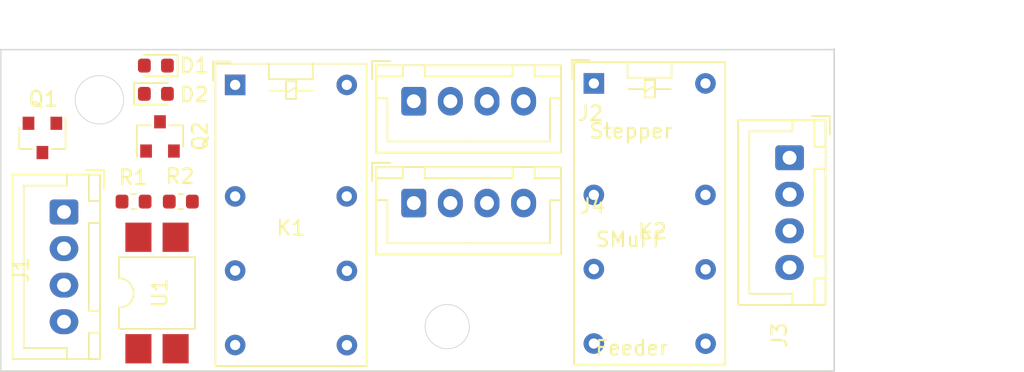
<source format=kicad_pcb>
(kicad_pcb (version 20171130) (host pcbnew "(5.1.2)-2")

  (general
    (thickness 1.6)
    (drawings 10)
    (tracks 0)
    (zones 0)
    (modules 13)
    (nets 22)
  )

  (page A4)
  (layers
    (0 F.Cu signal)
    (31 B.Cu signal)
    (32 B.Adhes user)
    (33 F.Adhes user)
    (34 B.Paste user)
    (35 F.Paste user)
    (36 B.SilkS user)
    (37 F.SilkS user)
    (38 B.Mask user)
    (39 F.Mask user)
    (40 Dwgs.User user)
    (41 Cmts.User user)
    (42 Eco1.User user)
    (43 Eco2.User user)
    (44 Edge.Cuts user)
    (45 Margin user)
    (46 B.CrtYd user)
    (47 F.CrtYd user)
    (48 B.Fab user)
    (49 F.Fab user hide)
  )

  (setup
    (last_trace_width 0.25)
    (trace_clearance 0.2)
    (zone_clearance 0.508)
    (zone_45_only no)
    (trace_min 0.2)
    (via_size 0.8)
    (via_drill 0.4)
    (via_min_size 0.4)
    (via_min_drill 0.3)
    (uvia_size 0.3)
    (uvia_drill 0.1)
    (uvias_allowed no)
    (uvia_min_size 0.2)
    (uvia_min_drill 0.1)
    (edge_width 0.05)
    (segment_width 0.2)
    (pcb_text_width 0.3)
    (pcb_text_size 1.5 1.5)
    (mod_edge_width 0.12)
    (mod_text_size 1 1)
    (mod_text_width 0.15)
    (pad_size 1.524 1.524)
    (pad_drill 0.762)
    (pad_to_mask_clearance 0.051)
    (solder_mask_min_width 0.25)
    (aux_axis_origin 88.9 69.85)
    (grid_origin 88.9 69.85)
    (visible_elements 7FFFF7FF)
    (pcbplotparams
      (layerselection 0x010fc_ffffffff)
      (usegerberextensions false)
      (usegerberattributes false)
      (usegerberadvancedattributes false)
      (creategerberjobfile false)
      (excludeedgelayer true)
      (linewidth 0.100000)
      (plotframeref false)
      (viasonmask false)
      (mode 1)
      (useauxorigin false)
      (hpglpennumber 1)
      (hpglpenspeed 20)
      (hpglpendiameter 15.000000)
      (psnegative false)
      (psa4output false)
      (plotreference true)
      (plotvalue true)
      (plotinvisibletext false)
      (padsonsilk false)
      (subtractmaskfromsilk false)
      (outputformat 1)
      (mirror false)
      (drillshape 1)
      (scaleselection 1)
      (outputdirectory ""))
  )

  (net 0 "")
  (net 1 "Net-(D1-Pad2)")
  (net 2 "Net-(D2-Pad2)")
  (net 3 "Net-(J1-Pad3)")
  (net 4 "Net-(J1-Pad2)")
  (net 5 "Net-(J2-Pad4)")
  (net 6 "Net-(J2-Pad3)")
  (net 7 "Net-(J2-Pad2)")
  (net 8 "Net-(J2-Pad1)")
  (net 9 "Net-(J3-Pad4)")
  (net 10 "Net-(J3-Pad3)")
  (net 11 "Net-(J3-Pad2)")
  (net 12 "Net-(J3-Pad1)")
  (net 13 "Net-(J4-Pad4)")
  (net 14 "Net-(J4-Pad3)")
  (net 15 "Net-(J4-Pad2)")
  (net 16 "Net-(J4-Pad1)")
  (net 17 "Net-(Q1-Pad2)")
  (net 18 "Net-(R1-Pad2)")
  (net 19 "Net-(R2-Pad2)")
  (net 20 "Net-(D1-Pad1)")
  (net 21 "Net-(J1-Pad4)")

  (net_class Default "Dies ist die voreingestellte Netzklasse."
    (clearance 0.2)
    (trace_width 0.25)
    (via_dia 0.8)
    (via_drill 0.4)
    (uvia_dia 0.3)
    (uvia_drill 0.1)
    (add_net "Net-(D1-Pad1)")
    (add_net "Net-(D1-Pad2)")
    (add_net "Net-(D2-Pad2)")
    (add_net "Net-(J1-Pad2)")
    (add_net "Net-(J1-Pad3)")
    (add_net "Net-(J1-Pad4)")
    (add_net "Net-(J2-Pad1)")
    (add_net "Net-(J2-Pad2)")
    (add_net "Net-(J2-Pad3)")
    (add_net "Net-(J2-Pad4)")
    (add_net "Net-(J3-Pad1)")
    (add_net "Net-(J3-Pad2)")
    (add_net "Net-(J3-Pad3)")
    (add_net "Net-(J3-Pad4)")
    (add_net "Net-(J4-Pad1)")
    (add_net "Net-(J4-Pad2)")
    (add_net "Net-(J4-Pad3)")
    (add_net "Net-(J4-Pad4)")
    (add_net "Net-(Q1-Pad2)")
    (add_net "Net-(R1-Pad2)")
    (add_net "Net-(R2-Pad2)")
  )

  (module Package_DIP:SMDIP-4_W7.62mm (layer F.Cu) (tedit 5A02E8C5) (tstamp 5FCCDBD7)
    (at 99.568 64.516 90)
    (descr "4-lead surface-mounted (SMD) DIP package, row spacing 7.62 mm (300 mils)")
    (tags "SMD DIP DIL PDIP SMDIP 2.54mm 7.62mm 300mil")
    (path /5FCC8653)
    (attr smd)
    (fp_text reference U1 (at 0 0.1905 90) (layer F.SilkS)
      (effects (font (size 1 1) (thickness 0.15)))
    )
    (fp_text value TLP521 (at 0 3.6 90) (layer F.Fab)
      (effects (font (size 1 1) (thickness 0.15)))
    )
    (fp_text user %R (at 0 0 90) (layer F.Fab)
      (effects (font (size 1 1) (thickness 0.15)))
    )
    (fp_line (start 5.1 -2.8) (end -5.1 -2.8) (layer F.CrtYd) (width 0.05))
    (fp_line (start 5.1 2.8) (end 5.1 -2.8) (layer F.CrtYd) (width 0.05))
    (fp_line (start -5.1 2.8) (end 5.1 2.8) (layer F.CrtYd) (width 0.05))
    (fp_line (start -5.1 -2.8) (end -5.1 2.8) (layer F.CrtYd) (width 0.05))
    (fp_line (start 2.45 -2.6) (end 1 -2.6) (layer F.SilkS) (width 0.12))
    (fp_line (start 2.45 2.6) (end 2.45 -2.6) (layer F.SilkS) (width 0.12))
    (fp_line (start -2.45 2.6) (end 2.45 2.6) (layer F.SilkS) (width 0.12))
    (fp_line (start -2.45 -2.6) (end -2.45 2.6) (layer F.SilkS) (width 0.12))
    (fp_line (start -1 -2.6) (end -2.45 -2.6) (layer F.SilkS) (width 0.12))
    (fp_line (start -3.175 -1.54) (end -2.175 -2.54) (layer F.Fab) (width 0.1))
    (fp_line (start -3.175 2.54) (end -3.175 -1.54) (layer F.Fab) (width 0.1))
    (fp_line (start 3.175 2.54) (end -3.175 2.54) (layer F.Fab) (width 0.1))
    (fp_line (start 3.175 -2.54) (end 3.175 2.54) (layer F.Fab) (width 0.1))
    (fp_line (start -2.175 -2.54) (end 3.175 -2.54) (layer F.Fab) (width 0.1))
    (fp_arc (start 0 -2.6) (end -1 -2.6) (angle -180) (layer F.SilkS) (width 0.12))
    (pad 4 smd rect (at 3.81 -1.27 90) (size 2 1.78) (layers F.Cu F.Paste F.Mask)
      (net 20 "Net-(D1-Pad1)"))
    (pad 2 smd rect (at -3.81 1.27 90) (size 2 1.78) (layers F.Cu F.Paste F.Mask)
      (net 3 "Net-(J1-Pad3)"))
    (pad 3 smd rect (at 3.81 1.27 90) (size 2 1.78) (layers F.Cu F.Paste F.Mask)
      (net 19 "Net-(R2-Pad2)"))
    (pad 1 smd rect (at -3.81 -1.27 90) (size 2 1.78) (layers F.Cu F.Paste F.Mask)
      (net 18 "Net-(R1-Pad2)"))
    (model ${KISYS3DMOD}/Package_DIP.3dshapes/SMDIP-4_W7.62mm.wrl
      (at (xyz 0 0 0))
      (scale (xyz 1 1 1))
      (rotate (xyz 0 0 0))
    )
  )

  (module Package_TO_SOT_SMD:SOT-23 (layer F.Cu) (tedit 5A02FF57) (tstamp 5FCCDBA1)
    (at 99.7712 53.8132 90)
    (descr "SOT-23, Standard")
    (tags SOT-23)
    (path /5FCCADE4)
    (attr smd)
    (fp_text reference Q2 (at 0.016 2.728 270) (layer F.SilkS)
      (effects (font (size 1 1) (thickness 0.15)))
    )
    (fp_text value BC547 (at 0 2.5 90) (layer F.Fab)
      (effects (font (size 1 1) (thickness 0.15)))
    )
    (fp_line (start 0.76 1.58) (end -0.7 1.58) (layer F.SilkS) (width 0.12))
    (fp_line (start 0.76 -1.58) (end -1.4 -1.58) (layer F.SilkS) (width 0.12))
    (fp_line (start -1.7 1.75) (end -1.7 -1.75) (layer F.CrtYd) (width 0.05))
    (fp_line (start 1.7 1.75) (end -1.7 1.75) (layer F.CrtYd) (width 0.05))
    (fp_line (start 1.7 -1.75) (end 1.7 1.75) (layer F.CrtYd) (width 0.05))
    (fp_line (start -1.7 -1.75) (end 1.7 -1.75) (layer F.CrtYd) (width 0.05))
    (fp_line (start 0.76 -1.58) (end 0.76 -0.65) (layer F.SilkS) (width 0.12))
    (fp_line (start 0.76 1.58) (end 0.76 0.65) (layer F.SilkS) (width 0.12))
    (fp_line (start -0.7 1.52) (end 0.7 1.52) (layer F.Fab) (width 0.1))
    (fp_line (start 0.7 -1.52) (end 0.7 1.52) (layer F.Fab) (width 0.1))
    (fp_line (start -0.7 -0.95) (end -0.15 -1.52) (layer F.Fab) (width 0.1))
    (fp_line (start -0.15 -1.52) (end 0.7 -1.52) (layer F.Fab) (width 0.1))
    (fp_line (start -0.7 -0.95) (end -0.7 1.5) (layer F.Fab) (width 0.1))
    (fp_text user %R (at 0 0) (layer F.Fab)
      (effects (font (size 0.5 0.5) (thickness 0.075)))
    )
    (pad 3 smd rect (at 1 0 90) (size 0.9 0.8) (layers F.Cu F.Paste F.Mask)
      (net 21 "Net-(J1-Pad4)"))
    (pad 2 smd rect (at -1 0.95 90) (size 0.9 0.8) (layers F.Cu F.Paste F.Mask)
      (net 17 "Net-(Q1-Pad2)"))
    (pad 1 smd rect (at -1 -0.95 90) (size 0.9 0.8) (layers F.Cu F.Paste F.Mask)
      (net 2 "Net-(D2-Pad2)"))
    (model ${KISYS3DMOD}/Package_TO_SOT_SMD.3dshapes/SOT-23.wrl
      (at (xyz 0 0 0))
      (scale (xyz 1 1 1))
      (rotate (xyz 0 0 0))
    )
  )

  (module Package_TO_SOT_SMD:SOT-23 (layer F.Cu) (tedit 5A02FF57) (tstamp 5FCCDB8F)
    (at 91.7448 53.9148 270)
    (descr "SOT-23, Standard")
    (tags SOT-23)
    (path /5FCCA429)
    (attr smd)
    (fp_text reference Q1 (at -2.6576 -0.0508) (layer F.SilkS)
      (effects (font (size 1 1) (thickness 0.15)))
    )
    (fp_text value BC547 (at 0 2.5 90) (layer F.Fab)
      (effects (font (size 1 1) (thickness 0.15)))
    )
    (fp_line (start 0.76 1.58) (end -0.7 1.58) (layer F.SilkS) (width 0.12))
    (fp_line (start 0.76 -1.58) (end -1.4 -1.58) (layer F.SilkS) (width 0.12))
    (fp_line (start -1.7 1.75) (end -1.7 -1.75) (layer F.CrtYd) (width 0.05))
    (fp_line (start 1.7 1.75) (end -1.7 1.75) (layer F.CrtYd) (width 0.05))
    (fp_line (start 1.7 -1.75) (end 1.7 1.75) (layer F.CrtYd) (width 0.05))
    (fp_line (start -1.7 -1.75) (end 1.7 -1.75) (layer F.CrtYd) (width 0.05))
    (fp_line (start 0.76 -1.58) (end 0.76 -0.65) (layer F.SilkS) (width 0.12))
    (fp_line (start 0.76 1.58) (end 0.76 0.65) (layer F.SilkS) (width 0.12))
    (fp_line (start -0.7 1.52) (end 0.7 1.52) (layer F.Fab) (width 0.1))
    (fp_line (start 0.7 -1.52) (end 0.7 1.52) (layer F.Fab) (width 0.1))
    (fp_line (start -0.7 -0.95) (end -0.15 -1.52) (layer F.Fab) (width 0.1))
    (fp_line (start -0.15 -1.52) (end 0.7 -1.52) (layer F.Fab) (width 0.1))
    (fp_line (start -0.7 -0.95) (end -0.7 1.5) (layer F.Fab) (width 0.1))
    (fp_text user %R (at 0 0) (layer F.Fab)
      (effects (font (size 0.5 0.5) (thickness 0.075)))
    )
    (pad 3 smd rect (at 1 0 270) (size 0.9 0.8) (layers F.Cu F.Paste F.Mask)
      (net 21 "Net-(J1-Pad4)"))
    (pad 2 smd rect (at -1 0.95 270) (size 0.9 0.8) (layers F.Cu F.Paste F.Mask)
      (net 17 "Net-(Q1-Pad2)"))
    (pad 1 smd rect (at -1 -0.95 270) (size 0.9 0.8) (layers F.Cu F.Paste F.Mask)
      (net 1 "Net-(D1-Pad2)"))
    (model ${KISYS3DMOD}/Package_TO_SOT_SMD.3dshapes/SOT-23.wrl
      (at (xyz 0 0 0))
      (scale (xyz 1 1 1))
      (rotate (xyz 0 0 0))
    )
  )

  (module Resistor_SMD:R_0603_1608Metric (layer F.Cu) (tedit 5B301BBD) (tstamp 5FCCDBBF)
    (at 101.1936 58.2676 180)
    (descr "Resistor SMD 0603 (1608 Metric), square (rectangular) end terminal, IPC_7351 nominal, (Body size source: http://www.tortai-tech.com/upload/download/2011102023233369053.pdf), generated with kicad-footprint-generator")
    (tags resistor)
    (path /5FCC9B36)
    (attr smd)
    (fp_text reference R2 (at 0.0508 1.7272) (layer F.SilkS)
      (effects (font (size 1 1) (thickness 0.15)))
    )
    (fp_text value 1K (at 0 1.43) (layer F.Fab)
      (effects (font (size 1 1) (thickness 0.15)))
    )
    (fp_text user %R (at 0 0) (layer F.Fab)
      (effects (font (size 0.4 0.4) (thickness 0.06)))
    )
    (fp_line (start 1.48 0.73) (end -1.48 0.73) (layer F.CrtYd) (width 0.05))
    (fp_line (start 1.48 -0.73) (end 1.48 0.73) (layer F.CrtYd) (width 0.05))
    (fp_line (start -1.48 -0.73) (end 1.48 -0.73) (layer F.CrtYd) (width 0.05))
    (fp_line (start -1.48 0.73) (end -1.48 -0.73) (layer F.CrtYd) (width 0.05))
    (fp_line (start -0.162779 0.51) (end 0.162779 0.51) (layer F.SilkS) (width 0.12))
    (fp_line (start -0.162779 -0.51) (end 0.162779 -0.51) (layer F.SilkS) (width 0.12))
    (fp_line (start 0.8 0.4) (end -0.8 0.4) (layer F.Fab) (width 0.1))
    (fp_line (start 0.8 -0.4) (end 0.8 0.4) (layer F.Fab) (width 0.1))
    (fp_line (start -0.8 -0.4) (end 0.8 -0.4) (layer F.Fab) (width 0.1))
    (fp_line (start -0.8 0.4) (end -0.8 -0.4) (layer F.Fab) (width 0.1))
    (pad 2 smd roundrect (at 0.7875 0 180) (size 0.875 0.95) (layers F.Cu F.Paste F.Mask) (roundrect_rratio 0.25)
      (net 19 "Net-(R2-Pad2)"))
    (pad 1 smd roundrect (at -0.7875 0 180) (size 0.875 0.95) (layers F.Cu F.Paste F.Mask) (roundrect_rratio 0.25)
      (net 17 "Net-(Q1-Pad2)"))
    (model ${KISYS3DMOD}/Resistor_SMD.3dshapes/R_0603_1608Metric.wrl
      (at (xyz 0 0 0))
      (scale (xyz 1 1 1))
      (rotate (xyz 0 0 0))
    )
  )

  (module Resistor_SMD:R_0603_1608Metric (layer F.Cu) (tedit 5B301BBD) (tstamp 5FCCDBB0)
    (at 97.9679 58.2676)
    (descr "Resistor SMD 0603 (1608 Metric), square (rectangular) end terminal, IPC_7351 nominal, (Body size source: http://www.tortai-tech.com/upload/download/2011102023233369053.pdf), generated with kicad-footprint-generator")
    (tags resistor)
    (path /5FCC9115)
    (attr smd)
    (fp_text reference R1 (at -0.0255 -1.651) (layer F.SilkS)
      (effects (font (size 1 1) (thickness 0.15)))
    )
    (fp_text value 390R (at 0 1.43) (layer F.Fab)
      (effects (font (size 1 1) (thickness 0.15)))
    )
    (fp_text user %R (at 0.9905 0.0635) (layer F.Fab)
      (effects (font (size 0.4 0.4) (thickness 0.06)))
    )
    (fp_line (start 1.48 0.73) (end -1.48 0.73) (layer F.CrtYd) (width 0.05))
    (fp_line (start 1.48 -0.73) (end 1.48 0.73) (layer F.CrtYd) (width 0.05))
    (fp_line (start -1.48 -0.73) (end 1.48 -0.73) (layer F.CrtYd) (width 0.05))
    (fp_line (start -1.48 0.73) (end -1.48 -0.73) (layer F.CrtYd) (width 0.05))
    (fp_line (start -0.162779 0.51) (end 0.162779 0.51) (layer F.SilkS) (width 0.12))
    (fp_line (start -0.162779 -0.51) (end 0.162779 -0.51) (layer F.SilkS) (width 0.12))
    (fp_line (start 0.8 0.4) (end -0.8 0.4) (layer F.Fab) (width 0.1))
    (fp_line (start 0.8 -0.4) (end 0.8 0.4) (layer F.Fab) (width 0.1))
    (fp_line (start -0.8 -0.4) (end 0.8 -0.4) (layer F.Fab) (width 0.1))
    (fp_line (start -0.8 0.4) (end -0.8 -0.4) (layer F.Fab) (width 0.1))
    (pad 2 smd roundrect (at 0.7875 0) (size 0.875 0.95) (layers F.Cu F.Paste F.Mask) (roundrect_rratio 0.25)
      (net 18 "Net-(R1-Pad2)"))
    (pad 1 smd roundrect (at -0.7875 0) (size 0.875 0.95) (layers F.Cu F.Paste F.Mask) (roundrect_rratio 0.25)
      (net 4 "Net-(J1-Pad2)"))
    (model ${KISYS3DMOD}/Resistor_SMD.3dshapes/R_0603_1608Metric.wrl
      (at (xyz 0 0 0))
      (scale (xyz 1 1 1))
      (rotate (xyz 0 0 0))
    )
  )

  (module Diode_SMD:D_0603_1608Metric (layer F.Cu) (tedit 5B301BBE) (tstamp 5FCCDA89)
    (at 99.4919 50.9016)
    (descr "Diode SMD 0603 (1608 Metric), square (rectangular) end terminal, IPC_7351 nominal, (Body size source: http://www.tortai-tech.com/upload/download/2011102023233369053.pdf), generated with kicad-footprint-generator")
    (tags diode)
    (path /5FCCDE35)
    (attr smd)
    (fp_text reference D2 (at 2.6161 0.0508) (layer F.SilkS)
      (effects (font (size 1 1) (thickness 0.15)))
    )
    (fp_text value 1N4148 (at 6.731 -0.1905) (layer F.Fab)
      (effects (font (size 1 1) (thickness 0.15)))
    )
    (fp_text user %R (at 0 0) (layer F.Fab)
      (effects (font (size 0.4 0.4) (thickness 0.06)))
    )
    (fp_line (start 1.48 0.73) (end -1.48 0.73) (layer F.CrtYd) (width 0.05))
    (fp_line (start 1.48 -0.73) (end 1.48 0.73) (layer F.CrtYd) (width 0.05))
    (fp_line (start -1.48 -0.73) (end 1.48 -0.73) (layer F.CrtYd) (width 0.05))
    (fp_line (start -1.48 0.73) (end -1.48 -0.73) (layer F.CrtYd) (width 0.05))
    (fp_line (start -1.485 0.735) (end 0.8 0.735) (layer F.SilkS) (width 0.12))
    (fp_line (start -1.485 -0.735) (end -1.485 0.735) (layer F.SilkS) (width 0.12))
    (fp_line (start 0.8 -0.735) (end -1.485 -0.735) (layer F.SilkS) (width 0.12))
    (fp_line (start 0.8 0.4) (end 0.8 -0.4) (layer F.Fab) (width 0.1))
    (fp_line (start -0.8 0.4) (end 0.8 0.4) (layer F.Fab) (width 0.1))
    (fp_line (start -0.8 -0.1) (end -0.8 0.4) (layer F.Fab) (width 0.1))
    (fp_line (start -0.5 -0.4) (end -0.8 -0.1) (layer F.Fab) (width 0.1))
    (fp_line (start 0.8 -0.4) (end -0.5 -0.4) (layer F.Fab) (width 0.1))
    (pad 2 smd roundrect (at 0.7875 0) (size 0.875 0.95) (layers F.Cu F.Paste F.Mask) (roundrect_rratio 0.25)
      (net 2 "Net-(D2-Pad2)"))
    (pad 1 smd roundrect (at -0.7875 0) (size 0.875 0.95) (layers F.Cu F.Paste F.Mask) (roundrect_rratio 0.25)
      (net 20 "Net-(D1-Pad1)"))
    (model ${KISYS3DMOD}/Diode_SMD.3dshapes/D_0603_1608Metric.wrl
      (at (xyz 0 0 0))
      (scale (xyz 1 1 1))
      (rotate (xyz 0 0 0))
    )
  )

  (module Diode_SMD:D_0603_1608Metric (layer F.Cu) (tedit 5B301BBE) (tstamp 5FCD1506)
    (at 99.4919 48.9712 180)
    (descr "Diode SMD 0603 (1608 Metric), square (rectangular) end terminal, IPC_7351 nominal, (Body size source: http://www.tortai-tech.com/upload/download/2011102023233369053.pdf), generated with kicad-footprint-generator")
    (tags diode)
    (path /5FCCC4A8)
    (attr smd)
    (fp_text reference D1 (at -2.6161 0) (layer F.SilkS)
      (effects (font (size 1 1) (thickness 0.15)))
    )
    (fp_text value 1N4148 (at 0 1.43) (layer F.Fab)
      (effects (font (size 1 1) (thickness 0.15)))
    )
    (fp_text user %R (at 1.27 0.127) (layer F.Fab)
      (effects (font (size 0.4 0.4) (thickness 0.06)))
    )
    (fp_line (start 1.48 0.73) (end -1.48 0.73) (layer F.CrtYd) (width 0.05))
    (fp_line (start 1.48 -0.73) (end 1.48 0.73) (layer F.CrtYd) (width 0.05))
    (fp_line (start -1.48 -0.73) (end 1.48 -0.73) (layer F.CrtYd) (width 0.05))
    (fp_line (start -1.48 0.73) (end -1.48 -0.73) (layer F.CrtYd) (width 0.05))
    (fp_line (start -1.485 0.735) (end 0.8 0.735) (layer F.SilkS) (width 0.12))
    (fp_line (start -1.485 -0.735) (end -1.485 0.735) (layer F.SilkS) (width 0.12))
    (fp_line (start 0.8 -0.735) (end -1.485 -0.735) (layer F.SilkS) (width 0.12))
    (fp_line (start 0.8 0.4) (end 0.8 -0.4) (layer F.Fab) (width 0.1))
    (fp_line (start -0.8 0.4) (end 0.8 0.4) (layer F.Fab) (width 0.1))
    (fp_line (start -0.8 -0.1) (end -0.8 0.4) (layer F.Fab) (width 0.1))
    (fp_line (start -0.5 -0.4) (end -0.8 -0.1) (layer F.Fab) (width 0.1))
    (fp_line (start 0.8 -0.4) (end -0.5 -0.4) (layer F.Fab) (width 0.1))
    (pad 2 smd roundrect (at 0.7875 0 180) (size 0.875 0.95) (layers F.Cu F.Paste F.Mask) (roundrect_rratio 0.25)
      (net 1 "Net-(D1-Pad2)"))
    (pad 1 smd roundrect (at -0.7875 0 180) (size 0.875 0.95) (layers F.Cu F.Paste F.Mask) (roundrect_rratio 0.25)
      (net 20 "Net-(D1-Pad1)"))
    (model ${KISYS3DMOD}/Diode_SMD.3dshapes/D_0603_1608Metric.wrl
      (at (xyz 0 0 0))
      (scale (xyz 1 1 1))
      (rotate (xyz 0 0 0))
    )
  )

  (module Relay_THT:Relay_DPDT_Omron_G5V-2 (layer F.Cu) (tedit 59D689A9) (tstamp 5FCD4182)
    (at 129.3876 50.1904)
    (descr http://omronfs.omron.com/en_US/ecb/products/pdf/en-g5v2.pdf)
    (tags "Omron G5V-2 Relay DPDT")
    (path /5FD6D57A)
    (fp_text reference K2 (at 4.0005 10.0965) (layer F.SilkS)
      (effects (font (size 1 1) (thickness 0.15)))
    )
    (fp_text value G6-AK-274P (at -2.41 9.01 90) (layer F.Fab)
      (effects (font (size 1 1) (thickness 0.15)))
    )
    (fp_line (start -1.45 -1.55) (end -1.45 19.33) (layer F.CrtYd) (width 0.05))
    (fp_line (start 4.17 -0.24) (end 3.47 -0.24) (layer F.SilkS) (width 0.12))
    (fp_line (start 4.17 0.96) (end 4.17 -0.24) (layer F.SilkS) (width 0.12))
    (fp_line (start 3.47 0.96) (end 4.17 0.96) (layer F.SilkS) (width 0.12))
    (fp_line (start 3.47 -0.24) (end 3.47 0.96) (layer F.SilkS) (width 0.12))
    (fp_line (start 3.47 0.56) (end 4.17 0.16) (layer F.SilkS) (width 0.12))
    (fp_line (start 4.17 0.39) (end 5.27 0.39) (layer F.SilkS) (width 0.12))
    (fp_line (start 3.47 0.39) (end 2.37 0.39) (layer F.SilkS) (width 0.12))
    (fp_text user %R (at 3.94 9.16) (layer F.Fab)
      (effects (font (size 1 1) (thickness 0.15)))
    )
    (fp_line (start 9.07 -1.55) (end 9.07 19.33) (layer F.CrtYd) (width 0.05))
    (fp_line (start -1.45 -1.55) (end 9.07 -1.55) (layer F.CrtYd) (width 0.05))
    (fp_line (start 9.07 19.33) (end -1.45 19.33) (layer F.CrtYd) (width 0.05))
    (fp_line (start 5.3 -0.39) (end 5.3 -1.45) (layer F.SilkS) (width 0.12))
    (fp_line (start 2.3 -0.39) (end 5.3 -0.39) (layer F.SilkS) (width 0.12))
    (fp_line (start 2.3 -1.45) (end 2.3 -0.41) (layer F.SilkS) (width 0.12))
    (fp_line (start 8.97 -1.45) (end -1.35 -1.45) (layer F.SilkS) (width 0.12))
    (fp_line (start 8.97 19.22) (end 8.97 -1.45) (layer F.SilkS) (width 0.12))
    (fp_line (start -1.35 19.22) (end 8.97 19.22) (layer F.SilkS) (width 0.12))
    (fp_line (start -1.35 -1.45) (end -1.35 19.22) (layer F.SilkS) (width 0.12))
    (fp_line (start 8.83 19.07) (end 8.83 -1.31) (layer F.Fab) (width 0.12))
    (fp_line (start -1.21 19.07) (end 8.83 19.07) (layer F.Fab) (width 0.12))
    (fp_line (start -1.21 -0.3) (end -1.21 19.58) (layer F.Fab) (width 0.12))
    (fp_line (start 8.83 -1.31) (end -0.3 -1.31) (layer F.Fab) (width 0.12))
    (fp_line (start -1.21 -0.3) (end -0.3 -1.31) (layer F.Fab) (width 0.12))
    (fp_line (start -1.51 -0.3) (end -1.51 -1.6) (layer F.SilkS) (width 0.12))
    (fp_line (start -1.51 -1.6) (end -0.3 -1.6) (layer F.SilkS) (width 0.12))
    (pad 13 thru_hole circle (at 7.62 7.62) (size 1.4 1.4) (drill 0.7) (layers *.Cu *.Mask))
    (pad 9 thru_hole circle (at 7.63 17.79) (size 1.4 1.4) (drill 0.7) (layers *.Cu *.Mask)
      (net 8 "Net-(J2-Pad1)"))
    (pad 11 thru_hole circle (at 7.63 12.71) (size 1.4 1.4) (drill 0.7) (layers *.Cu *.Mask))
    (pad 4 thru_hole circle (at 0 7.62) (size 1.4 1.4) (drill 0.7) (layers *.Cu *.Mask)
      (net 7 "Net-(J2-Pad2)"))
    (pad 8 thru_hole circle (at 0 17.78) (size 1.4 1.4) (drill 0.7) (layers *.Cu *.Mask)
      (net 12 "Net-(J3-Pad1)"))
    (pad 6 thru_hole circle (at 0 12.69) (size 1.4 1.4) (drill 0.7) (layers *.Cu *.Mask))
    (pad 16 thru_hole circle (at 7.62 0) (size 1.4 1.4) (drill 0.7) (layers *.Cu *.Mask))
    (pad 1 thru_hole rect (at 0 0) (size 1.4 1.4) (drill 0.7) (layers *.Cu *.Mask)
      (net 20 "Net-(D1-Pad1)"))
    (model ${KISYS3DMOD}/Relay_THT.3dshapes/Relay_DPDT_Omron_G5V-2.wrl
      (at (xyz 0 0 0))
      (scale (xyz 1 1 1))
      (rotate (xyz 0 0 0))
    )
  )

  (module Relay_THT:Relay_DPDT_Omron_G5V-2 (layer F.Cu) (tedit 59D689A9) (tstamp 5FCD0085)
    (at 104.902 50.292)
    (descr http://omronfs.omron.com/en_US/ecb/products/pdf/en-g5v2.pdf)
    (tags "Omron G5V-2 Relay DPDT")
    (path /5FD63F36)
    (fp_text reference K1 (at 3.81 9.779) (layer F.SilkS)
      (effects (font (size 1 1) (thickness 0.15)))
    )
    (fp_text value G6-AK-274P (at -2.41 9.01 90) (layer F.Fab)
      (effects (font (size 1 1) (thickness 0.15)))
    )
    (fp_line (start -1.45 -1.55) (end -1.45 19.33) (layer F.CrtYd) (width 0.05))
    (fp_line (start 4.17 -0.24) (end 3.47 -0.24) (layer F.SilkS) (width 0.12))
    (fp_line (start 4.17 0.96) (end 4.17 -0.24) (layer F.SilkS) (width 0.12))
    (fp_line (start 3.47 0.96) (end 4.17 0.96) (layer F.SilkS) (width 0.12))
    (fp_line (start 3.47 -0.24) (end 3.47 0.96) (layer F.SilkS) (width 0.12))
    (fp_line (start 3.47 0.56) (end 4.17 0.16) (layer F.SilkS) (width 0.12))
    (fp_line (start 4.17 0.39) (end 5.27 0.39) (layer F.SilkS) (width 0.12))
    (fp_line (start 3.47 0.39) (end 2.37 0.39) (layer F.SilkS) (width 0.12))
    (fp_text user %R (at 3.94 9.16) (layer F.Fab)
      (effects (font (size 1 1) (thickness 0.15)))
    )
    (fp_line (start 9.07 -1.55) (end 9.07 19.33) (layer F.CrtYd) (width 0.05))
    (fp_line (start -1.45 -1.55) (end 9.07 -1.55) (layer F.CrtYd) (width 0.05))
    (fp_line (start 9.07 19.33) (end -1.45 19.33) (layer F.CrtYd) (width 0.05))
    (fp_line (start 5.3 -0.39) (end 5.3 -1.45) (layer F.SilkS) (width 0.12))
    (fp_line (start 2.3 -0.39) (end 5.3 -0.39) (layer F.SilkS) (width 0.12))
    (fp_line (start 2.3 -1.45) (end 2.3 -0.41) (layer F.SilkS) (width 0.12))
    (fp_line (start 8.97 -1.45) (end -1.35 -1.45) (layer F.SilkS) (width 0.12))
    (fp_line (start 8.97 19.22) (end 8.97 -1.45) (layer F.SilkS) (width 0.12))
    (fp_line (start -1.35 19.22) (end 8.97 19.22) (layer F.SilkS) (width 0.12))
    (fp_line (start -1.35 -1.45) (end -1.35 19.22) (layer F.SilkS) (width 0.12))
    (fp_line (start 8.83 19.07) (end 8.83 -1.31) (layer F.Fab) (width 0.12))
    (fp_line (start -1.21 19.07) (end 8.83 19.07) (layer F.Fab) (width 0.12))
    (fp_line (start -1.21 -0.3) (end -1.21 19.58) (layer F.Fab) (width 0.12))
    (fp_line (start 8.83 -1.31) (end -0.3 -1.31) (layer F.Fab) (width 0.12))
    (fp_line (start -1.21 -0.3) (end -0.3 -1.31) (layer F.Fab) (width 0.12))
    (fp_line (start -1.51 -0.3) (end -1.51 -1.6) (layer F.SilkS) (width 0.12))
    (fp_line (start -1.51 -1.6) (end -0.3 -1.6) (layer F.SilkS) (width 0.12))
    (pad 13 thru_hole circle (at 7.62 7.62) (size 1.4 1.4) (drill 0.7) (layers *.Cu *.Mask))
    (pad 9 thru_hole circle (at 7.63 17.79) (size 1.4 1.4) (drill 0.7) (layers *.Cu *.Mask)
      (net 5 "Net-(J2-Pad4)"))
    (pad 11 thru_hole circle (at 7.63 12.71) (size 1.4 1.4) (drill 0.7) (layers *.Cu *.Mask))
    (pad 4 thru_hole circle (at 0 7.62) (size 1.4 1.4) (drill 0.7) (layers *.Cu *.Mask)
      (net 6 "Net-(J2-Pad3)"))
    (pad 8 thru_hole circle (at 0 17.78) (size 1.4 1.4) (drill 0.7) (layers *.Cu *.Mask)
      (net 9 "Net-(J3-Pad4)"))
    (pad 6 thru_hole circle (at 0 12.69) (size 1.4 1.4) (drill 0.7) (layers *.Cu *.Mask))
    (pad 16 thru_hole circle (at 7.62 0) (size 1.4 1.4) (drill 0.7) (layers *.Cu *.Mask))
    (pad 1 thru_hole rect (at 0 0) (size 1.4 1.4) (drill 0.7) (layers *.Cu *.Mask)
      (net 20 "Net-(D1-Pad1)"))
    (model ${KISYS3DMOD}/Relay_THT.3dshapes/Relay_DPDT_Omron_G5V-2.wrl
      (at (xyz 0 0 0))
      (scale (xyz 1 1 1))
      (rotate (xyz 0 0 0))
    )
  )

  (module Connector_JST:JST_XH_B4B-XH-A_1x04_P2.50mm_Vertical (layer F.Cu) (tedit 5C28146C) (tstamp 5FCD4109)
    (at 117.094 58.3692)
    (descr "JST XH series connector, B4B-XH-A (http://www.jst-mfg.com/product/pdf/eng/eXH.pdf), generated with kicad-footprint-generator")
    (tags "connector JST XH vertical")
    (path /5FCD6014)
    (fp_text reference J4 (at 12.192 0.1905) (layer F.SilkS)
      (effects (font (size 1 1) (thickness 0.15)))
    )
    (fp_text value "JST XH" (at 3.75 4.6) (layer F.Fab)
      (effects (font (size 1 1) (thickness 0.15)))
    )
    (fp_text user %R (at 3.75 2.7) (layer F.Fab)
      (effects (font (size 1 1) (thickness 0.15)))
    )
    (fp_line (start -2.85 -2.75) (end -2.85 -1.5) (layer F.SilkS) (width 0.12))
    (fp_line (start -1.6 -2.75) (end -2.85 -2.75) (layer F.SilkS) (width 0.12))
    (fp_line (start 9.3 2.75) (end 3.75 2.75) (layer F.SilkS) (width 0.12))
    (fp_line (start 9.3 -0.2) (end 9.3 2.75) (layer F.SilkS) (width 0.12))
    (fp_line (start 10.05 -0.2) (end 9.3 -0.2) (layer F.SilkS) (width 0.12))
    (fp_line (start -1.8 2.75) (end 3.75 2.75) (layer F.SilkS) (width 0.12))
    (fp_line (start -1.8 -0.2) (end -1.8 2.75) (layer F.SilkS) (width 0.12))
    (fp_line (start -2.55 -0.2) (end -1.8 -0.2) (layer F.SilkS) (width 0.12))
    (fp_line (start 10.05 -2.45) (end 8.25 -2.45) (layer F.SilkS) (width 0.12))
    (fp_line (start 10.05 -1.7) (end 10.05 -2.45) (layer F.SilkS) (width 0.12))
    (fp_line (start 8.25 -1.7) (end 10.05 -1.7) (layer F.SilkS) (width 0.12))
    (fp_line (start 8.25 -2.45) (end 8.25 -1.7) (layer F.SilkS) (width 0.12))
    (fp_line (start -0.75 -2.45) (end -2.55 -2.45) (layer F.SilkS) (width 0.12))
    (fp_line (start -0.75 -1.7) (end -0.75 -2.45) (layer F.SilkS) (width 0.12))
    (fp_line (start -2.55 -1.7) (end -0.75 -1.7) (layer F.SilkS) (width 0.12))
    (fp_line (start -2.55 -2.45) (end -2.55 -1.7) (layer F.SilkS) (width 0.12))
    (fp_line (start 6.75 -2.45) (end 0.75 -2.45) (layer F.SilkS) (width 0.12))
    (fp_line (start 6.75 -1.7) (end 6.75 -2.45) (layer F.SilkS) (width 0.12))
    (fp_line (start 0.75 -1.7) (end 6.75 -1.7) (layer F.SilkS) (width 0.12))
    (fp_line (start 0.75 -2.45) (end 0.75 -1.7) (layer F.SilkS) (width 0.12))
    (fp_line (start 0 -1.35) (end 0.625 -2.35) (layer F.Fab) (width 0.1))
    (fp_line (start -0.625 -2.35) (end 0 -1.35) (layer F.Fab) (width 0.1))
    (fp_line (start 10.45 -2.85) (end -2.95 -2.85) (layer F.CrtYd) (width 0.05))
    (fp_line (start 10.45 3.9) (end 10.45 -2.85) (layer F.CrtYd) (width 0.05))
    (fp_line (start -2.95 3.9) (end 10.45 3.9) (layer F.CrtYd) (width 0.05))
    (fp_line (start -2.95 -2.85) (end -2.95 3.9) (layer F.CrtYd) (width 0.05))
    (fp_line (start 10.06 -2.46) (end -2.56 -2.46) (layer F.SilkS) (width 0.12))
    (fp_line (start 10.06 3.51) (end 10.06 -2.46) (layer F.SilkS) (width 0.12))
    (fp_line (start -2.56 3.51) (end 10.06 3.51) (layer F.SilkS) (width 0.12))
    (fp_line (start -2.56 -2.46) (end -2.56 3.51) (layer F.SilkS) (width 0.12))
    (fp_line (start 9.95 -2.35) (end -2.45 -2.35) (layer F.Fab) (width 0.1))
    (fp_line (start 9.95 3.4) (end 9.95 -2.35) (layer F.Fab) (width 0.1))
    (fp_line (start -2.45 3.4) (end 9.95 3.4) (layer F.Fab) (width 0.1))
    (fp_line (start -2.45 -2.35) (end -2.45 3.4) (layer F.Fab) (width 0.1))
    (pad 4 thru_hole oval (at 7.5 0) (size 1.7 1.95) (drill 0.95) (layers *.Cu *.Mask)
      (net 13 "Net-(J4-Pad4)"))
    (pad 3 thru_hole oval (at 5 0) (size 1.7 1.95) (drill 0.95) (layers *.Cu *.Mask)
      (net 14 "Net-(J4-Pad3)"))
    (pad 2 thru_hole oval (at 2.5 0) (size 1.7 1.95) (drill 0.95) (layers *.Cu *.Mask)
      (net 15 "Net-(J4-Pad2)"))
    (pad 1 thru_hole roundrect (at 0 0) (size 1.7 1.95) (drill 0.95) (layers *.Cu *.Mask) (roundrect_rratio 0.147059)
      (net 16 "Net-(J4-Pad1)"))
    (model ${KISYS3DMOD}/Connector_JST.3dshapes/JST_XH_B4B-XH-A_1x04_P2.50mm_Vertical.wrl
      (at (xyz 0 0 0))
      (scale (xyz 1 1 1))
      (rotate (xyz 0 0 0))
    )
  )

  (module Connector_JST:JST_XH_B4B-XH-A_1x04_P2.50mm_Vertical (layer F.Cu) (tedit 5C28146C) (tstamp 5FCD408B)
    (at 142.748 55.2704 270)
    (descr "JST XH series connector, B4B-XH-A (http://www.jst-mfg.com/product/pdf/eng/eXH.pdf), generated with kicad-footprint-generator")
    (tags "connector JST XH vertical")
    (path /5FCD7D7F)
    (fp_text reference J3 (at 12.1285 0.6985 90) (layer F.SilkS)
      (effects (font (size 1 1) (thickness 0.15)))
    )
    (fp_text value "JST XH" (at 3.75 4.6 90) (layer F.Fab)
      (effects (font (size 1 1) (thickness 0.15)))
    )
    (fp_text user %R (at 3.75 2.7 90) (layer F.Fab)
      (effects (font (size 1 1) (thickness 0.15)))
    )
    (fp_line (start -2.85 -2.75) (end -2.85 -1.5) (layer F.SilkS) (width 0.12))
    (fp_line (start -1.6 -2.75) (end -2.85 -2.75) (layer F.SilkS) (width 0.12))
    (fp_line (start 9.3 2.75) (end 3.75 2.75) (layer F.SilkS) (width 0.12))
    (fp_line (start 9.3 -0.2) (end 9.3 2.75) (layer F.SilkS) (width 0.12))
    (fp_line (start 10.05 -0.2) (end 9.3 -0.2) (layer F.SilkS) (width 0.12))
    (fp_line (start -1.8 2.75) (end 3.75 2.75) (layer F.SilkS) (width 0.12))
    (fp_line (start -1.8 -0.2) (end -1.8 2.75) (layer F.SilkS) (width 0.12))
    (fp_line (start -2.55 -0.2) (end -1.8 -0.2) (layer F.SilkS) (width 0.12))
    (fp_line (start 10.05 -2.45) (end 8.25 -2.45) (layer F.SilkS) (width 0.12))
    (fp_line (start 10.05 -1.7) (end 10.05 -2.45) (layer F.SilkS) (width 0.12))
    (fp_line (start 8.25 -1.7) (end 10.05 -1.7) (layer F.SilkS) (width 0.12))
    (fp_line (start 8.25 -2.45) (end 8.25 -1.7) (layer F.SilkS) (width 0.12))
    (fp_line (start -0.75 -2.45) (end -2.55 -2.45) (layer F.SilkS) (width 0.12))
    (fp_line (start -0.75 -1.7) (end -0.75 -2.45) (layer F.SilkS) (width 0.12))
    (fp_line (start -2.55 -1.7) (end -0.75 -1.7) (layer F.SilkS) (width 0.12))
    (fp_line (start -2.55 -2.45) (end -2.55 -1.7) (layer F.SilkS) (width 0.12))
    (fp_line (start 6.75 -2.45) (end 0.75 -2.45) (layer F.SilkS) (width 0.12))
    (fp_line (start 6.75 -1.7) (end 6.75 -2.45) (layer F.SilkS) (width 0.12))
    (fp_line (start 0.75 -1.7) (end 6.75 -1.7) (layer F.SilkS) (width 0.12))
    (fp_line (start 0.75 -2.45) (end 0.75 -1.7) (layer F.SilkS) (width 0.12))
    (fp_line (start 0 -1.35) (end 0.625 -2.35) (layer F.Fab) (width 0.1))
    (fp_line (start -0.625 -2.35) (end 0 -1.35) (layer F.Fab) (width 0.1))
    (fp_line (start 10.45 -2.85) (end -2.95 -2.85) (layer F.CrtYd) (width 0.05))
    (fp_line (start 10.45 3.9) (end 10.45 -2.85) (layer F.CrtYd) (width 0.05))
    (fp_line (start -2.95 3.9) (end 10.45 3.9) (layer F.CrtYd) (width 0.05))
    (fp_line (start -2.95 -2.85) (end -2.95 3.9) (layer F.CrtYd) (width 0.05))
    (fp_line (start 10.06 -2.46) (end -2.56 -2.46) (layer F.SilkS) (width 0.12))
    (fp_line (start 10.06 3.51) (end 10.06 -2.46) (layer F.SilkS) (width 0.12))
    (fp_line (start -2.56 3.51) (end 10.06 3.51) (layer F.SilkS) (width 0.12))
    (fp_line (start -2.56 -2.46) (end -2.56 3.51) (layer F.SilkS) (width 0.12))
    (fp_line (start 9.95 -2.35) (end -2.45 -2.35) (layer F.Fab) (width 0.1))
    (fp_line (start 9.95 3.4) (end 9.95 -2.35) (layer F.Fab) (width 0.1))
    (fp_line (start -2.45 3.4) (end 9.95 3.4) (layer F.Fab) (width 0.1))
    (fp_line (start -2.45 -2.35) (end -2.45 3.4) (layer F.Fab) (width 0.1))
    (pad 4 thru_hole oval (at 7.5 0 270) (size 1.7 1.95) (drill 0.95) (layers *.Cu *.Mask)
      (net 9 "Net-(J3-Pad4)"))
    (pad 3 thru_hole oval (at 5 0 270) (size 1.7 1.95) (drill 0.95) (layers *.Cu *.Mask)
      (net 10 "Net-(J3-Pad3)"))
    (pad 2 thru_hole oval (at 2.5 0 270) (size 1.7 1.95) (drill 0.95) (layers *.Cu *.Mask)
      (net 11 "Net-(J3-Pad2)"))
    (pad 1 thru_hole roundrect (at 0 0 270) (size 1.7 1.95) (drill 0.95) (layers *.Cu *.Mask) (roundrect_rratio 0.147059)
      (net 12 "Net-(J3-Pad1)"))
    (model ${KISYS3DMOD}/Connector_JST.3dshapes/JST_XH_B4B-XH-A_1x04_P2.50mm_Vertical.wrl
      (at (xyz 0 0 0))
      (scale (xyz 1 1 1))
      (rotate (xyz 0 0 0))
    )
  )

  (module Connector_JST:JST_XH_B4B-XH-A_1x04_P2.50mm_Vertical (layer F.Cu) (tedit 5C28146C) (tstamp 5FCD4353)
    (at 117.094 51.4096)
    (descr "JST XH series connector, B4B-XH-A (http://www.jst-mfg.com/product/pdf/eng/eXH.pdf), generated with kicad-footprint-generator")
    (tags "connector JST XH vertical")
    (path /5FCD70A2)
    (fp_text reference J2 (at 12.065 0.8255) (layer F.SilkS)
      (effects (font (size 1 1) (thickness 0.15)))
    )
    (fp_text value "JST XH" (at 3.75 4.6) (layer F.Fab)
      (effects (font (size 1 1) (thickness 0.15)))
    )
    (fp_text user %R (at 3.75 2.7) (layer F.Fab)
      (effects (font (size 1 1) (thickness 0.15)))
    )
    (fp_line (start -2.85 -2.75) (end -2.85 -1.5) (layer F.SilkS) (width 0.12))
    (fp_line (start -1.6 -2.75) (end -2.85 -2.75) (layer F.SilkS) (width 0.12))
    (fp_line (start 9.3 2.75) (end 3.75 2.75) (layer F.SilkS) (width 0.12))
    (fp_line (start 9.3 -0.2) (end 9.3 2.75) (layer F.SilkS) (width 0.12))
    (fp_line (start 10.05 -0.2) (end 9.3 -0.2) (layer F.SilkS) (width 0.12))
    (fp_line (start -1.8 2.75) (end 3.75 2.75) (layer F.SilkS) (width 0.12))
    (fp_line (start -1.8 -0.2) (end -1.8 2.75) (layer F.SilkS) (width 0.12))
    (fp_line (start -2.55 -0.2) (end -1.8 -0.2) (layer F.SilkS) (width 0.12))
    (fp_line (start 10.05 -2.45) (end 8.25 -2.45) (layer F.SilkS) (width 0.12))
    (fp_line (start 10.05 -1.7) (end 10.05 -2.45) (layer F.SilkS) (width 0.12))
    (fp_line (start 8.25 -1.7) (end 10.05 -1.7) (layer F.SilkS) (width 0.12))
    (fp_line (start 8.25 -2.45) (end 8.25 -1.7) (layer F.SilkS) (width 0.12))
    (fp_line (start -0.75 -2.45) (end -2.55 -2.45) (layer F.SilkS) (width 0.12))
    (fp_line (start -0.75 -1.7) (end -0.75 -2.45) (layer F.SilkS) (width 0.12))
    (fp_line (start -2.55 -1.7) (end -0.75 -1.7) (layer F.SilkS) (width 0.12))
    (fp_line (start -2.55 -2.45) (end -2.55 -1.7) (layer F.SilkS) (width 0.12))
    (fp_line (start 6.75 -2.45) (end 0.75 -2.45) (layer F.SilkS) (width 0.12))
    (fp_line (start 6.75 -1.7) (end 6.75 -2.45) (layer F.SilkS) (width 0.12))
    (fp_line (start 0.75 -1.7) (end 6.75 -1.7) (layer F.SilkS) (width 0.12))
    (fp_line (start 0.75 -2.45) (end 0.75 -1.7) (layer F.SilkS) (width 0.12))
    (fp_line (start 0 -1.35) (end 0.625 -2.35) (layer F.Fab) (width 0.1))
    (fp_line (start -0.625 -2.35) (end 0 -1.35) (layer F.Fab) (width 0.1))
    (fp_line (start 10.45 -2.85) (end -2.95 -2.85) (layer F.CrtYd) (width 0.05))
    (fp_line (start 10.45 3.9) (end 10.45 -2.85) (layer F.CrtYd) (width 0.05))
    (fp_line (start -2.95 3.9) (end 10.45 3.9) (layer F.CrtYd) (width 0.05))
    (fp_line (start -2.95 -2.85) (end -2.95 3.9) (layer F.CrtYd) (width 0.05))
    (fp_line (start 10.06 -2.46) (end -2.56 -2.46) (layer F.SilkS) (width 0.12))
    (fp_line (start 10.06 3.51) (end 10.06 -2.46) (layer F.SilkS) (width 0.12))
    (fp_line (start -2.56 3.51) (end 10.06 3.51) (layer F.SilkS) (width 0.12))
    (fp_line (start -2.56 -2.46) (end -2.56 3.51) (layer F.SilkS) (width 0.12))
    (fp_line (start 9.95 -2.35) (end -2.45 -2.35) (layer F.Fab) (width 0.1))
    (fp_line (start 9.95 3.4) (end 9.95 -2.35) (layer F.Fab) (width 0.1))
    (fp_line (start -2.45 3.4) (end 9.95 3.4) (layer F.Fab) (width 0.1))
    (fp_line (start -2.45 -2.35) (end -2.45 3.4) (layer F.Fab) (width 0.1))
    (pad 4 thru_hole oval (at 7.5 0) (size 1.7 1.95) (drill 0.95) (layers *.Cu *.Mask)
      (net 5 "Net-(J2-Pad4)"))
    (pad 3 thru_hole oval (at 5 0) (size 1.7 1.95) (drill 0.95) (layers *.Cu *.Mask)
      (net 6 "Net-(J2-Pad3)"))
    (pad 2 thru_hole oval (at 2.5 0) (size 1.7 1.95) (drill 0.95) (layers *.Cu *.Mask)
      (net 7 "Net-(J2-Pad2)"))
    (pad 1 thru_hole roundrect (at 0 0) (size 1.7 1.95) (drill 0.95) (layers *.Cu *.Mask) (roundrect_rratio 0.147059)
      (net 8 "Net-(J2-Pad1)"))
    (model ${KISYS3DMOD}/Connector_JST.3dshapes/JST_XH_B4B-XH-A_1x04_P2.50mm_Vertical.wrl
      (at (xyz 0 0 0))
      (scale (xyz 1 1 1))
      (rotate (xyz 0 0 0))
    )
  )

  (module Connector_JST:JST_XH_B4B-XH-A_1x04_P2.50mm_Vertical (layer F.Cu) (tedit 5C28146C) (tstamp 5FCCDAB4)
    (at 93.218 58.9788 270)
    (descr "JST XH series connector, B4B-XH-A (http://www.jst-mfg.com/product/pdf/eng/eXH.pdf), generated with kicad-footprint-generator")
    (tags "connector JST XH vertical")
    (path /5FCD4C35)
    (fp_text reference J1 (at 3.9624 2.8956 270) (layer F.SilkS)
      (effects (font (size 1 1) (thickness 0.15)))
    )
    (fp_text value "JST XH" (at 3.75 4.6 90) (layer F.Fab)
      (effects (font (size 1 1) (thickness 0.15)))
    )
    (fp_text user %R (at 3.75 2.7 90) (layer F.Fab)
      (effects (font (size 1 1) (thickness 0.15)))
    )
    (fp_line (start -2.85 -2.75) (end -2.85 -1.5) (layer F.SilkS) (width 0.12))
    (fp_line (start -1.6 -2.75) (end -2.85 -2.75) (layer F.SilkS) (width 0.12))
    (fp_line (start 9.3 2.75) (end 3.75 2.75) (layer F.SilkS) (width 0.12))
    (fp_line (start 9.3 -0.2) (end 9.3 2.75) (layer F.SilkS) (width 0.12))
    (fp_line (start 10.05 -0.2) (end 9.3 -0.2) (layer F.SilkS) (width 0.12))
    (fp_line (start -1.8 2.75) (end 3.75 2.75) (layer F.SilkS) (width 0.12))
    (fp_line (start -1.8 -0.2) (end -1.8 2.75) (layer F.SilkS) (width 0.12))
    (fp_line (start -2.55 -0.2) (end -1.8 -0.2) (layer F.SilkS) (width 0.12))
    (fp_line (start 10.05 -2.45) (end 8.25 -2.45) (layer F.SilkS) (width 0.12))
    (fp_line (start 10.05 -1.7) (end 10.05 -2.45) (layer F.SilkS) (width 0.12))
    (fp_line (start 8.25 -1.7) (end 10.05 -1.7) (layer F.SilkS) (width 0.12))
    (fp_line (start 8.25 -2.45) (end 8.25 -1.7) (layer F.SilkS) (width 0.12))
    (fp_line (start -0.75 -2.45) (end -2.55 -2.45) (layer F.SilkS) (width 0.12))
    (fp_line (start -0.75 -1.7) (end -0.75 -2.45) (layer F.SilkS) (width 0.12))
    (fp_line (start -2.55 -1.7) (end -0.75 -1.7) (layer F.SilkS) (width 0.12))
    (fp_line (start -2.55 -2.45) (end -2.55 -1.7) (layer F.SilkS) (width 0.12))
    (fp_line (start 6.75 -2.45) (end 0.75 -2.45) (layer F.SilkS) (width 0.12))
    (fp_line (start 6.75 -1.7) (end 6.75 -2.45) (layer F.SilkS) (width 0.12))
    (fp_line (start 0.75 -1.7) (end 6.75 -1.7) (layer F.SilkS) (width 0.12))
    (fp_line (start 0.75 -2.45) (end 0.75 -1.7) (layer F.SilkS) (width 0.12))
    (fp_line (start 0 -1.35) (end 0.625 -2.35) (layer F.Fab) (width 0.1))
    (fp_line (start -0.625 -2.35) (end 0 -1.35) (layer F.Fab) (width 0.1))
    (fp_line (start 10.45 -2.85) (end -2.95 -2.85) (layer F.CrtYd) (width 0.05))
    (fp_line (start 10.45 3.9) (end 10.45 -2.85) (layer F.CrtYd) (width 0.05))
    (fp_line (start -2.95 3.9) (end 10.45 3.9) (layer F.CrtYd) (width 0.05))
    (fp_line (start -2.95 -2.85) (end -2.95 3.9) (layer F.CrtYd) (width 0.05))
    (fp_line (start 10.06 -2.46) (end -2.56 -2.46) (layer F.SilkS) (width 0.12))
    (fp_line (start 10.06 3.51) (end 10.06 -2.46) (layer F.SilkS) (width 0.12))
    (fp_line (start -2.56 3.51) (end 10.06 3.51) (layer F.SilkS) (width 0.12))
    (fp_line (start -2.56 -2.46) (end -2.56 3.51) (layer F.SilkS) (width 0.12))
    (fp_line (start 9.95 -2.35) (end -2.45 -2.35) (layer F.Fab) (width 0.1))
    (fp_line (start 9.95 3.4) (end 9.95 -2.35) (layer F.Fab) (width 0.1))
    (fp_line (start -2.45 3.4) (end 9.95 3.4) (layer F.Fab) (width 0.1))
    (fp_line (start -2.45 -2.35) (end -2.45 3.4) (layer F.Fab) (width 0.1))
    (pad 4 thru_hole oval (at 7.5 0 270) (size 1.7 1.95) (drill 0.95) (layers *.Cu *.Mask)
      (net 21 "Net-(J1-Pad4)"))
    (pad 3 thru_hole oval (at 5 0 270) (size 1.7 1.95) (drill 0.95) (layers *.Cu *.Mask)
      (net 3 "Net-(J1-Pad3)"))
    (pad 2 thru_hole oval (at 2.5 0 270) (size 1.7 1.95) (drill 0.95) (layers *.Cu *.Mask)
      (net 4 "Net-(J1-Pad2)"))
    (pad 1 thru_hole roundrect (at 0 0 270) (size 1.7 1.95) (drill 0.95) (layers *.Cu *.Mask) (roundrect_rratio 0.147059)
      (net 20 "Net-(D1-Pad1)"))
    (model ${KISYS3DMOD}/Connector_JST.3dshapes/JST_XH_B4B-XH-A_1x04_P2.50mm_Vertical.wrl
      (at (xyz 0 0 0))
      (scale (xyz 1 1 1))
      (rotate (xyz 0 0 0))
    )
  )

  (gr_circle (center 119.38 66.815608) (end 120.4976 67.831608) (layer Edge.Cuts) (width 0.05))
  (gr_circle (center 95.633928 51.308) (end 94.008328 51.0032) (layer Edge.Cuts) (width 0.05) (tstamp 5FCD3B54))
  (gr_line (start 88.9 47.879) (end 88.9 69.85) (layer Edge.Cuts) (width 0.1))
  (gr_line (start 145.796 47.879) (end 88.9 47.879) (layer Edge.Cuts) (width 0.1) (tstamp 5FCD3DF0))
  (gr_line (start 145.796 69.7992) (end 145.796 47.8282) (layer Edge.Cuts) (width 0.1))
  (gr_line (start 88.9 69.85) (end 145.796 69.85) (layer Edge.Cuts) (width 0.1) (tstamp 5FCD3DF3))
  (gr_text "Feeder\n" (at 131.9784 68.2752) (layer F.SilkS)
    (effects (font (size 1 1) (thickness 0.15)))
  )
  (gr_text SMuFF (at 131.8768 60.8584) (layer F.SilkS)
    (effects (font (size 1 1) (thickness 0.15)))
  )
  (gr_text Stepper (at 131.9276 53.4416) (layer F.SilkS) (tstamp 5FCD3C04)
    (effects (font (size 1 1) (thickness 0.15)))
  )
  (gr_line (start 158.75 44.5135) (end 158.75 44.5135) (layer Edge.Cuts) (width 0.05) (tstamp 5FCD2565))

)

</source>
